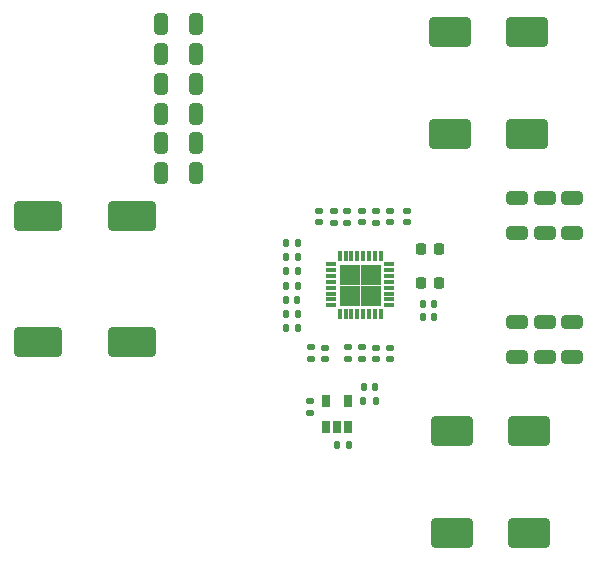
<source format=gbr>
G04 #@! TF.GenerationSoftware,KiCad,Pcbnew,(5.99.0-12889-g70df3822b5)*
G04 #@! TF.CreationDate,2021-11-21T20:45:12+08:00*
G04 #@! TF.ProjectId,Dual-Power,4475616c-2d50-46f7-9765-722e6b696361,rev?*
G04 #@! TF.SameCoordinates,Original*
G04 #@! TF.FileFunction,Paste,Top*
G04 #@! TF.FilePolarity,Positive*
%FSLAX46Y46*%
G04 Gerber Fmt 4.6, Leading zero omitted, Abs format (unit mm)*
G04 Created by KiCad (PCBNEW (5.99.0-12889-g70df3822b5)) date 2021-11-21 20:45:12*
%MOMM*%
%LPD*%
G01*
G04 APERTURE LIST*
G04 Aperture macros list*
%AMRoundRect*
0 Rectangle with rounded corners*
0 $1 Rounding radius*
0 $2 $3 $4 $5 $6 $7 $8 $9 X,Y pos of 4 corners*
0 Add a 4 corners polygon primitive as box body*
4,1,4,$2,$3,$4,$5,$6,$7,$8,$9,$2,$3,0*
0 Add four circle primitives for the rounded corners*
1,1,$1+$1,$2,$3*
1,1,$1+$1,$4,$5*
1,1,$1+$1,$6,$7*
1,1,$1+$1,$8,$9*
0 Add four rect primitives between the rounded corners*
20,1,$1+$1,$2,$3,$4,$5,0*
20,1,$1+$1,$4,$5,$6,$7,0*
20,1,$1+$1,$6,$7,$8,$9,0*
20,1,$1+$1,$8,$9,$2,$3,0*%
G04 Aperture macros list end*
%ADD10C,0.025400*%
%ADD11R,0.804800X0.300000*%
%ADD12R,0.300000X0.804800*%
%ADD13RoundRect,0.140000X0.140000X0.170000X-0.140000X0.170000X-0.140000X-0.170000X0.140000X-0.170000X0*%
%ADD14RoundRect,0.140000X0.170000X-0.140000X0.170000X0.140000X-0.170000X0.140000X-0.170000X-0.140000X0*%
%ADD15RoundRect,0.225000X-0.225000X-0.250000X0.225000X-0.250000X0.225000X0.250000X-0.225000X0.250000X0*%
%ADD16RoundRect,0.140000X-0.170000X0.140000X-0.170000X-0.140000X0.170000X-0.140000X0.170000X0.140000X0*%
%ADD17RoundRect,0.140000X-0.140000X-0.170000X0.140000X-0.170000X0.140000X0.170000X-0.140000X0.170000X0*%
%ADD18RoundRect,0.249999X-0.650001X0.325001X-0.650001X-0.325001X0.650001X-0.325001X0.650001X0.325001X0*%
%ADD19RoundRect,0.249999X0.650001X-0.325001X0.650001X0.325001X-0.650001X0.325001X-0.650001X-0.325001X0*%
%ADD20RoundRect,0.135000X0.135000X0.185000X-0.135000X0.185000X-0.135000X-0.185000X0.135000X-0.185000X0*%
%ADD21RoundRect,0.135000X-0.135000X-0.185000X0.135000X-0.185000X0.135000X0.185000X-0.135000X0.185000X0*%
%ADD22RoundRect,0.135000X0.185000X-0.135000X0.185000X0.135000X-0.185000X0.135000X-0.185000X-0.135000X0*%
%ADD23RoundRect,0.135000X-0.185000X0.135000X-0.185000X-0.135000X0.185000X-0.135000X0.185000X0.135000X0*%
%ADD24R,0.650000X1.060000*%
%ADD25RoundRect,0.249999X0.325001X0.650001X-0.325001X0.650001X-0.325001X-0.650001X0.325001X-0.650001X0*%
%ADD26RoundRect,0.250000X1.750000X1.000000X-1.750000X1.000000X-1.750000X-1.000000X1.750000X-1.000000X0*%
%ADD27RoundRect,0.250000X-1.500000X-1.000000X1.500000X-1.000000X1.500000X1.000000X-1.500000X1.000000X0*%
%ADD28RoundRect,0.250000X1.500000X1.000000X-1.500000X1.000000X-1.500000X-1.000000X1.500000X-1.000000X0*%
G04 APERTURE END LIST*
D10*
G04 #@! TO.C,U1*
X141125000Y-87440000D02*
X141125000Y-89015000D01*
X141125000Y-89015000D02*
X142700000Y-89015000D01*
X142700000Y-89015000D02*
X142700000Y-87440000D01*
X142700000Y-87440000D02*
X141125000Y-87440000D01*
G36*
X142700000Y-89015000D02*
G01*
X141125000Y-89015000D01*
X141125000Y-87440000D01*
X142700000Y-87440000D01*
X142700000Y-89015000D01*
G37*
X142700000Y-89015000D02*
X141125000Y-89015000D01*
X141125000Y-87440000D01*
X142700000Y-87440000D01*
X142700000Y-89015000D01*
X142900000Y-87440000D02*
X142900000Y-89015000D01*
X142900000Y-89015000D02*
X144475000Y-89015000D01*
X144475000Y-89015000D02*
X144475000Y-87440000D01*
X144475000Y-87440000D02*
X142900000Y-87440000D01*
G36*
X144475000Y-89015000D02*
G01*
X142900000Y-89015000D01*
X142900000Y-87440000D01*
X144475000Y-87440000D01*
X144475000Y-89015000D01*
G37*
X144475000Y-89015000D02*
X142900000Y-89015000D01*
X142900000Y-87440000D01*
X144475000Y-87440000D01*
X144475000Y-89015000D01*
X142900000Y-85665000D02*
X142900000Y-87240000D01*
X142900000Y-87240000D02*
X144475000Y-87240000D01*
X144475000Y-87240000D02*
X144475000Y-85665000D01*
X144475000Y-85665000D02*
X142900000Y-85665000D01*
G36*
X144475000Y-87240000D02*
G01*
X142900000Y-87240000D01*
X142900000Y-85665000D01*
X144475000Y-85665000D01*
X144475000Y-87240000D01*
G37*
X144475000Y-87240000D02*
X142900000Y-87240000D01*
X142900000Y-85665000D01*
X144475000Y-85665000D01*
X144475000Y-87240000D01*
X141125000Y-85665000D02*
X141125000Y-87240000D01*
X141125000Y-87240000D02*
X142700000Y-87240000D01*
X142700000Y-87240000D02*
X142700000Y-85665000D01*
X142700000Y-85665000D02*
X141125000Y-85665000D01*
G36*
X142700000Y-87240000D02*
G01*
X141125000Y-87240000D01*
X141125000Y-85665000D01*
X142700000Y-85665000D01*
X142700000Y-87240000D01*
G37*
X142700000Y-87240000D02*
X141125000Y-87240000D01*
X141125000Y-85665000D01*
X142700000Y-85665000D01*
X142700000Y-87240000D01*
G04 #@! TD*
D11*
G04 #@! TO.C,U1*
X140347600Y-85590000D03*
X140347600Y-86090000D03*
X140347600Y-86590000D03*
X140347600Y-87090000D03*
X140347600Y-87590000D03*
X140347600Y-88090000D03*
X140347600Y-88590000D03*
X140347600Y-89090000D03*
D12*
X141050000Y-89792400D03*
X141550000Y-89792400D03*
X142050000Y-89792400D03*
X142550000Y-89792400D03*
X143050000Y-89792400D03*
X143550000Y-89792400D03*
X144050000Y-89792400D03*
X144550000Y-89792400D03*
D11*
X145252400Y-89090000D03*
X145252400Y-88590000D03*
X145252400Y-88090000D03*
X145252400Y-87590000D03*
X145252400Y-87090000D03*
X145252400Y-86590000D03*
X145252400Y-86090000D03*
X145252400Y-85590000D03*
D12*
X144550000Y-84887600D03*
X144050000Y-84887600D03*
X143550000Y-84887600D03*
X143050000Y-84887600D03*
X142550000Y-84887600D03*
X142050000Y-84887600D03*
X141550000Y-84887600D03*
X141050000Y-84887600D03*
G04 #@! TD*
D13*
G04 #@! TO.C,C5*
X144060000Y-95990000D03*
X143100000Y-95990000D03*
G04 #@! TD*
D14*
G04 #@! TO.C,C6*
X144170000Y-93620000D03*
X144170000Y-92660000D03*
G04 #@! TD*
D15*
G04 #@! TO.C,C7*
X147925000Y-87200000D03*
X149475000Y-87200000D03*
G04 #@! TD*
D14*
G04 #@! TO.C,C8*
X145300000Y-93620000D03*
X145300000Y-92660000D03*
G04 #@! TD*
D13*
G04 #@! TO.C,C9*
X149080000Y-89000000D03*
X148120000Y-89000000D03*
G04 #@! TD*
D14*
G04 #@! TO.C,C10*
X146760000Y-82040000D03*
X146760000Y-81080000D03*
G04 #@! TD*
D16*
G04 #@! TO.C,C11*
X145300000Y-81100000D03*
X145300000Y-82060000D03*
G04 #@! TD*
D14*
G04 #@! TO.C,C12*
X142970000Y-82050000D03*
X142970000Y-81090000D03*
G04 #@! TD*
D17*
G04 #@! TO.C,C13*
X136510000Y-88603332D03*
X137470000Y-88603332D03*
G04 #@! TD*
D16*
G04 #@! TO.C,C14*
X138520000Y-97210000D03*
X138520000Y-98170000D03*
G04 #@! TD*
D13*
G04 #@! TO.C,C15*
X149070000Y-90110000D03*
X148110000Y-90110000D03*
G04 #@! TD*
D18*
G04 #@! TO.C,C17*
X160699999Y-90487500D03*
X160699999Y-93437500D03*
G04 #@! TD*
D14*
G04 #@! TO.C,C21*
X139810000Y-93620000D03*
X139810000Y-92660000D03*
G04 #@! TD*
D15*
G04 #@! TO.C,C23*
X147925000Y-84300000D03*
X149475000Y-84300000D03*
G04 #@! TD*
D14*
G04 #@! TO.C,C25*
X139300000Y-82050000D03*
X139300000Y-81090000D03*
G04 #@! TD*
D19*
G04 #@! TO.C,C26*
X160700000Y-82927500D03*
X160700000Y-79977500D03*
G04 #@! TD*
G04 #@! TO.C,C27*
X156100000Y-82927500D03*
X156100000Y-79977500D03*
G04 #@! TD*
G04 #@! TO.C,C28*
X158400000Y-82927500D03*
X158400000Y-79977500D03*
G04 #@! TD*
D20*
G04 #@! TO.C,R1*
X137510000Y-91010000D03*
X136490000Y-91010000D03*
G04 #@! TD*
D21*
G04 #@! TO.C,R2*
X136480000Y-89850000D03*
X137500000Y-89850000D03*
G04 #@! TD*
D22*
G04 #@! TO.C,R3*
X142980000Y-93650000D03*
X142980000Y-92630000D03*
G04 #@! TD*
G04 #@! TO.C,R4*
X144090000Y-82080000D03*
X144090000Y-81060000D03*
G04 #@! TD*
D20*
G04 #@! TO.C,R5*
X137500000Y-83800000D03*
X136480000Y-83800000D03*
G04 #@! TD*
G04 #@! TO.C,R6*
X137500000Y-85003333D03*
X136480000Y-85003333D03*
G04 #@! TD*
D21*
G04 #@! TO.C,R7*
X136480000Y-86206666D03*
X137500000Y-86206666D03*
G04 #@! TD*
G04 #@! TO.C,R8*
X136480000Y-87409999D03*
X137500000Y-87409999D03*
G04 #@! TD*
D23*
G04 #@! TO.C,R9*
X141790000Y-92630000D03*
X141790000Y-93650000D03*
G04 #@! TD*
D21*
G04 #@! TO.C,R10*
X143070000Y-97210000D03*
X144090000Y-97210000D03*
G04 #@! TD*
D20*
G04 #@! TO.C,R11*
X141850000Y-100879999D03*
X140830000Y-100879999D03*
G04 #@! TD*
D22*
G04 #@! TO.C,R13*
X138600000Y-93650000D03*
X138600000Y-92630000D03*
G04 #@! TD*
D23*
G04 #@! TO.C,R15*
X141690000Y-81060000D03*
X141690000Y-82080000D03*
G04 #@! TD*
D22*
G04 #@! TO.C,R16*
X140540000Y-82080000D03*
X140540000Y-81060000D03*
G04 #@! TD*
D24*
G04 #@! TO.C,U2*
X139880000Y-99409999D03*
X140830000Y-99409999D03*
X141780000Y-99409999D03*
X141780000Y-97209999D03*
X139880000Y-97209999D03*
G04 #@! TD*
D18*
G04 #@! TO.C,C30*
X156100000Y-90487500D03*
X156100000Y-93437500D03*
G04 #@! TD*
G04 #@! TO.C,C31*
X158400000Y-90487500D03*
X158400000Y-93437500D03*
G04 #@! TD*
D25*
G04 #@! TO.C,Cx2*
X128875000Y-65288888D03*
X125925000Y-65288888D03*
G04 #@! TD*
D26*
G04 #@! TO.C,Cl1*
X123500000Y-92200000D03*
X115500000Y-92200000D03*
G04 #@! TD*
G04 #@! TO.C,Cl2*
X123500000Y-81500000D03*
X115500000Y-81500000D03*
G04 #@! TD*
D25*
G04 #@! TO.C,Cx3*
X128875000Y-72855554D03*
X125925000Y-72855554D03*
G04 #@! TD*
G04 #@! TO.C,Cx4*
X128875000Y-75377776D03*
X125925000Y-75377776D03*
G04 #@! TD*
G04 #@! TO.C,Cx5*
X128875000Y-77900000D03*
X125925000Y-77900000D03*
G04 #@! TD*
G04 #@! TO.C,Cx6*
X128875000Y-70333332D03*
X125925000Y-70333332D03*
G04 #@! TD*
G04 #@! TO.C,Cx7*
X128875000Y-67811110D03*
X125925000Y-67811110D03*
G04 #@! TD*
D27*
G04 #@! TO.C,C33*
X150550000Y-99700000D03*
X157050000Y-99700000D03*
G04 #@! TD*
G04 #@! TO.C,C34*
X150550000Y-108350000D03*
X157050000Y-108350000D03*
G04 #@! TD*
D28*
G04 #@! TO.C,C35*
X156920000Y-74600000D03*
X150420000Y-74600000D03*
G04 #@! TD*
G04 #@! TO.C,C36*
X156919999Y-65950000D03*
X150419999Y-65950000D03*
G04 #@! TD*
M02*

</source>
